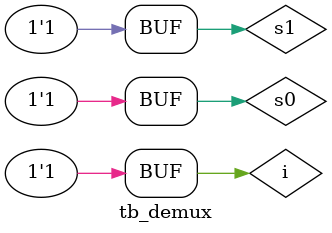
<source format=v>
module tb_demux;
  reg i, s0, s1;
  wire y0, y1, y2, y3;
  
  demux d (.i(i), .s0(s0), .s1(s1), .y0(y0), .y1(y1), .y2(y2), .y3(y3));  
  initial begin    	
    $monitor("S1=%b\tS0=%b\tI=%b\tY0=%b\tY1=%b\tY2=%b\tY3=%b", s1, s0, i, y0, y1, y2, y3);
    s1 = 0; s0 = 0; i = 1;
    #10
    s1 = 0; s0 = 1; i = 1;
    #10
    s1 = 1; s0 = 0; i = 1;
    #10
    s1 = 1; s0 = 1; i = 1;
  end  
  initial begin
    $dumpfile("dump.vcd");
    $dumpvars(1);
  end
endmodule

</source>
